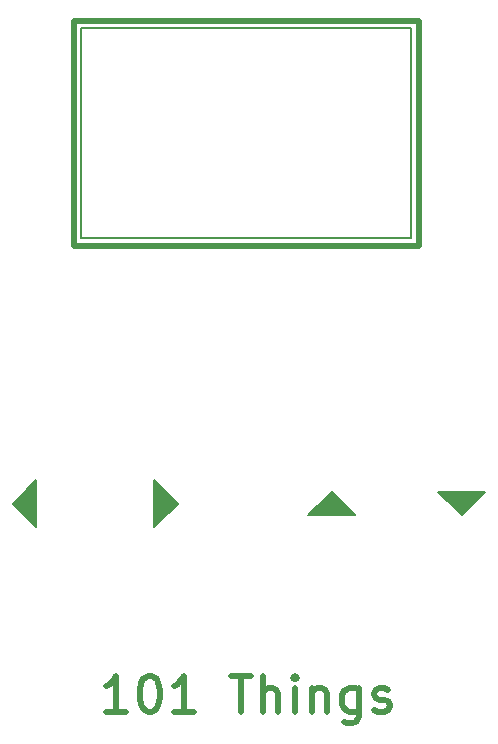
<source format=gto>
G04 #@! TF.GenerationSoftware,KiCad,Pcbnew,7.0.5-unknown-202306101748~6fbdf8f0e2~ubuntu22.04.1*
G04 #@! TF.CreationDate,2023-09-30T13:39:00+01:00*
G04 #@! TF.ProjectId,front_panel,66726f6e-745f-4706-916e-656c2e6b6963,rev?*
G04 #@! TF.SameCoordinates,Original*
G04 #@! TF.FileFunction,Legend,Top*
G04 #@! TF.FilePolarity,Positive*
%FSLAX46Y46*%
G04 Gerber Fmt 4.6, Leading zero omitted, Abs format (unit mm)*
G04 Created by KiCad (PCBNEW 7.0.5-unknown-202306101748~6fbdf8f0e2~ubuntu22.04.1) date 2023-09-30 13:39:00*
%MOMM*%
%LPD*%
G01*
G04 APERTURE LIST*
%ADD10C,0.150000*%
%ADD11C,0.500000*%
G04 APERTURE END LIST*
D10*
X170000000Y-106000000D02*
X168000000Y-104000000D01*
X172000000Y-104000000D01*
X170000000Y-106000000D01*
G36*
X170000000Y-106000000D02*
G01*
X168000000Y-104000000D01*
X172000000Y-104000000D01*
X170000000Y-106000000D01*
G37*
D11*
X137160000Y-64135000D02*
X166370000Y-64135000D01*
X166370000Y-83185000D01*
X137160000Y-83185000D01*
X137160000Y-64135000D01*
D10*
X146000000Y-105000000D02*
X144000000Y-107000000D01*
X144000000Y-103000000D01*
X146000000Y-105000000D01*
G36*
X146000000Y-105000000D02*
G01*
X144000000Y-107000000D01*
X144000000Y-103000000D01*
X146000000Y-105000000D01*
G37*
X161000000Y-106000000D02*
X157000000Y-106000000D01*
X159000000Y-104000000D01*
X161000000Y-106000000D01*
G36*
X161000000Y-106000000D02*
G01*
X157000000Y-106000000D01*
X159000000Y-104000000D01*
X161000000Y-106000000D01*
G37*
X134000000Y-107000000D02*
X132000000Y-105000000D01*
X134000000Y-103000000D01*
X134000000Y-107000000D01*
G36*
X134000000Y-107000000D02*
G01*
X132000000Y-105000000D01*
X134000000Y-103000000D01*
X134000000Y-107000000D01*
G37*
X137795000Y-64770000D02*
X165735000Y-64770000D01*
X165735000Y-82550000D01*
X137795000Y-82550000D01*
X137795000Y-64770000D01*
X137769600Y-64744600D02*
X137795000Y-64744600D01*
X137795000Y-64770000D01*
X137769600Y-64770000D01*
X137769600Y-64744600D01*
D11*
X141614661Y-122606857D02*
X139900375Y-122606857D01*
X140757518Y-122606857D02*
X140757518Y-119606857D01*
X140757518Y-119606857D02*
X140471804Y-120035428D01*
X140471804Y-120035428D02*
X140186089Y-120321142D01*
X140186089Y-120321142D02*
X139900375Y-120464000D01*
X143471804Y-119606857D02*
X143757518Y-119606857D01*
X143757518Y-119606857D02*
X144043232Y-119749714D01*
X144043232Y-119749714D02*
X144186090Y-119892571D01*
X144186090Y-119892571D02*
X144328947Y-120178285D01*
X144328947Y-120178285D02*
X144471804Y-120749714D01*
X144471804Y-120749714D02*
X144471804Y-121464000D01*
X144471804Y-121464000D02*
X144328947Y-122035428D01*
X144328947Y-122035428D02*
X144186090Y-122321142D01*
X144186090Y-122321142D02*
X144043232Y-122464000D01*
X144043232Y-122464000D02*
X143757518Y-122606857D01*
X143757518Y-122606857D02*
X143471804Y-122606857D01*
X143471804Y-122606857D02*
X143186090Y-122464000D01*
X143186090Y-122464000D02*
X143043232Y-122321142D01*
X143043232Y-122321142D02*
X142900375Y-122035428D01*
X142900375Y-122035428D02*
X142757518Y-121464000D01*
X142757518Y-121464000D02*
X142757518Y-120749714D01*
X142757518Y-120749714D02*
X142900375Y-120178285D01*
X142900375Y-120178285D02*
X143043232Y-119892571D01*
X143043232Y-119892571D02*
X143186090Y-119749714D01*
X143186090Y-119749714D02*
X143471804Y-119606857D01*
X147328947Y-122606857D02*
X145614661Y-122606857D01*
X146471804Y-122606857D02*
X146471804Y-119606857D01*
X146471804Y-119606857D02*
X146186090Y-120035428D01*
X146186090Y-120035428D02*
X145900375Y-120321142D01*
X145900375Y-120321142D02*
X145614661Y-120464000D01*
X150471804Y-119606857D02*
X152186090Y-119606857D01*
X151328947Y-122606857D02*
X151328947Y-119606857D01*
X153186089Y-122606857D02*
X153186089Y-119606857D01*
X154471804Y-122606857D02*
X154471804Y-121035428D01*
X154471804Y-121035428D02*
X154328946Y-120749714D01*
X154328946Y-120749714D02*
X154043232Y-120606857D01*
X154043232Y-120606857D02*
X153614661Y-120606857D01*
X153614661Y-120606857D02*
X153328946Y-120749714D01*
X153328946Y-120749714D02*
X153186089Y-120892571D01*
X155900375Y-122606857D02*
X155900375Y-120606857D01*
X155900375Y-119606857D02*
X155757518Y-119749714D01*
X155757518Y-119749714D02*
X155900375Y-119892571D01*
X155900375Y-119892571D02*
X156043232Y-119749714D01*
X156043232Y-119749714D02*
X155900375Y-119606857D01*
X155900375Y-119606857D02*
X155900375Y-119892571D01*
X157328946Y-120606857D02*
X157328946Y-122606857D01*
X157328946Y-120892571D02*
X157471803Y-120749714D01*
X157471803Y-120749714D02*
X157757518Y-120606857D01*
X157757518Y-120606857D02*
X158186089Y-120606857D01*
X158186089Y-120606857D02*
X158471803Y-120749714D01*
X158471803Y-120749714D02*
X158614661Y-121035428D01*
X158614661Y-121035428D02*
X158614661Y-122606857D01*
X161328947Y-120606857D02*
X161328947Y-123035428D01*
X161328947Y-123035428D02*
X161186089Y-123321142D01*
X161186089Y-123321142D02*
X161043232Y-123464000D01*
X161043232Y-123464000D02*
X160757518Y-123606857D01*
X160757518Y-123606857D02*
X160328947Y-123606857D01*
X160328947Y-123606857D02*
X160043232Y-123464000D01*
X161328947Y-122464000D02*
X161043232Y-122606857D01*
X161043232Y-122606857D02*
X160471804Y-122606857D01*
X160471804Y-122606857D02*
X160186089Y-122464000D01*
X160186089Y-122464000D02*
X160043232Y-122321142D01*
X160043232Y-122321142D02*
X159900375Y-122035428D01*
X159900375Y-122035428D02*
X159900375Y-121178285D01*
X159900375Y-121178285D02*
X160043232Y-120892571D01*
X160043232Y-120892571D02*
X160186089Y-120749714D01*
X160186089Y-120749714D02*
X160471804Y-120606857D01*
X160471804Y-120606857D02*
X161043232Y-120606857D01*
X161043232Y-120606857D02*
X161328947Y-120749714D01*
X162614661Y-122464000D02*
X162900375Y-122606857D01*
X162900375Y-122606857D02*
X163471804Y-122606857D01*
X163471804Y-122606857D02*
X163757518Y-122464000D01*
X163757518Y-122464000D02*
X163900375Y-122178285D01*
X163900375Y-122178285D02*
X163900375Y-122035428D01*
X163900375Y-122035428D02*
X163757518Y-121749714D01*
X163757518Y-121749714D02*
X163471804Y-121606857D01*
X163471804Y-121606857D02*
X163043233Y-121606857D01*
X163043233Y-121606857D02*
X162757518Y-121464000D01*
X162757518Y-121464000D02*
X162614661Y-121178285D01*
X162614661Y-121178285D02*
X162614661Y-121035428D01*
X162614661Y-121035428D02*
X162757518Y-120749714D01*
X162757518Y-120749714D02*
X163043233Y-120606857D01*
X163043233Y-120606857D02*
X163471804Y-120606857D01*
X163471804Y-120606857D02*
X163757518Y-120749714D01*
M02*

</source>
